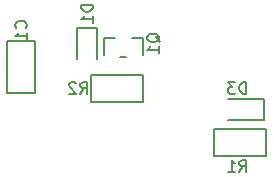
<source format=gbo>
G04 #@! TF.GenerationSoftware,KiCad,Pcbnew,(5.1.6)-1*
G04 #@! TF.CreationDate,2023-04-30T23:27:37+02:00*
G04 #@! TF.ProjectId,connecting-connector-1-wire,636f6e6e-6563-4746-996e-672d636f6e6e,rev?*
G04 #@! TF.SameCoordinates,Original*
G04 #@! TF.FileFunction,Legend,Bot*
G04 #@! TF.FilePolarity,Positive*
%FSLAX46Y46*%
G04 Gerber Fmt 4.6, Leading zero omitted, Abs format (unit mm)*
G04 Created by KiCad (PCBNEW (5.1.6)-1) date 2023-04-30 23:27:37*
%MOMM*%
%LPD*%
G01*
G04 APERTURE LIST*
%ADD10C,0.160000*%
%ADD11R,1.102000X1.102000*%
%ADD12C,6.102000*%
%ADD13C,0.902000*%
%ADD14C,0.100000*%
%ADD15R,0.902000X0.902000*%
%ADD16R,3.602000X3.602000*%
%ADD17C,3.602000*%
%ADD18C,1.602000*%
%ADD19C,3.402000*%
%ADD20R,1.002000X1.002000*%
G04 APERTURE END LIST*
D10*
X202565000Y-78742000D02*
X202565000Y-80202000D01*
X205867000Y-78742000D02*
X205867000Y-80264000D01*
X205867000Y-78742000D02*
X204937000Y-78742000D01*
X202565000Y-78742000D02*
X203495000Y-78742000D01*
X204470000Y-80391000D02*
X203962000Y-80391000D01*
X205908000Y-81878000D02*
X201508000Y-81878000D01*
X201508000Y-81878000D02*
X201508000Y-84238000D01*
X201508000Y-84238000D02*
X205908000Y-84238000D01*
X205908000Y-84238000D02*
X205908000Y-81878000D01*
X216322000Y-86450000D02*
X211922000Y-86450000D01*
X211922000Y-86450000D02*
X211922000Y-88810000D01*
X211922000Y-88810000D02*
X216322000Y-88810000D01*
X216322000Y-88810000D02*
X216322000Y-86450000D01*
X216090500Y-83986000D02*
X213072000Y-83986000D01*
X216090500Y-85686000D02*
X213072000Y-85686000D01*
X216090500Y-83986000D02*
X216090500Y-85686000D01*
X194400000Y-79080000D02*
X194400000Y-83480000D01*
X196760000Y-83480000D02*
X196760000Y-79080000D01*
X196760000Y-79080000D02*
X194400000Y-79080000D01*
X194400000Y-83480000D02*
X196760000Y-83480000D01*
X200318000Y-77978000D02*
X202018000Y-77978000D01*
X202018000Y-77978000D02*
X202018000Y-80552000D01*
X200318000Y-77978000D02*
X200318000Y-80552000D01*
X207303619Y-79152761D02*
X207256000Y-79057523D01*
X207160761Y-78962285D01*
X207017904Y-78819428D01*
X206970285Y-78724190D01*
X206970285Y-78628952D01*
X207208380Y-78676571D02*
X207160761Y-78581333D01*
X207065523Y-78486095D01*
X206875047Y-78438476D01*
X206541714Y-78438476D01*
X206351238Y-78486095D01*
X206256000Y-78581333D01*
X206208380Y-78676571D01*
X206208380Y-78867047D01*
X206256000Y-78962285D01*
X206351238Y-79057523D01*
X206541714Y-79105142D01*
X206875047Y-79105142D01*
X207065523Y-79057523D01*
X207160761Y-78962285D01*
X207208380Y-78867047D01*
X207208380Y-78676571D01*
X207208380Y-80057523D02*
X207208380Y-79486095D01*
X207208380Y-79771809D02*
X206208380Y-79771809D01*
X206351238Y-79676571D01*
X206446476Y-79581333D01*
X206494095Y-79486095D01*
X200572666Y-83510380D02*
X200906000Y-83034190D01*
X201144095Y-83510380D02*
X201144095Y-82510380D01*
X200763142Y-82510380D01*
X200667904Y-82558000D01*
X200620285Y-82605619D01*
X200572666Y-82700857D01*
X200572666Y-82843714D01*
X200620285Y-82938952D01*
X200667904Y-82986571D01*
X200763142Y-83034190D01*
X201144095Y-83034190D01*
X200191714Y-82605619D02*
X200144095Y-82558000D01*
X200048857Y-82510380D01*
X199810761Y-82510380D01*
X199715523Y-82558000D01*
X199667904Y-82605619D01*
X199620285Y-82700857D01*
X199620285Y-82796095D01*
X199667904Y-82938952D01*
X200239333Y-83510380D01*
X199620285Y-83510380D01*
X214034666Y-90114380D02*
X214368000Y-89638190D01*
X214606095Y-90114380D02*
X214606095Y-89114380D01*
X214225142Y-89114380D01*
X214129904Y-89162000D01*
X214082285Y-89209619D01*
X214034666Y-89304857D01*
X214034666Y-89447714D01*
X214082285Y-89542952D01*
X214129904Y-89590571D01*
X214225142Y-89638190D01*
X214606095Y-89638190D01*
X213082285Y-90114380D02*
X213653714Y-90114380D01*
X213368000Y-90114380D02*
X213368000Y-89114380D01*
X213463238Y-89257238D01*
X213558476Y-89352476D01*
X213653714Y-89400095D01*
X214606095Y-83510380D02*
X214606095Y-82510380D01*
X214368000Y-82510380D01*
X214225142Y-82558000D01*
X214129904Y-82653238D01*
X214082285Y-82748476D01*
X214034666Y-82938952D01*
X214034666Y-83081809D01*
X214082285Y-83272285D01*
X214129904Y-83367523D01*
X214225142Y-83462761D01*
X214368000Y-83510380D01*
X214606095Y-83510380D01*
X213701333Y-82510380D02*
X213082285Y-82510380D01*
X213415619Y-82891333D01*
X213272761Y-82891333D01*
X213177523Y-82938952D01*
X213129904Y-82986571D01*
X213082285Y-83081809D01*
X213082285Y-83319904D01*
X213129904Y-83415142D01*
X213177523Y-83462761D01*
X213272761Y-83510380D01*
X213558476Y-83510380D01*
X213653714Y-83462761D01*
X213701333Y-83415142D01*
X195937142Y-77938333D02*
X195984761Y-77890714D01*
X196032380Y-77747857D01*
X196032380Y-77652619D01*
X195984761Y-77509761D01*
X195889523Y-77414523D01*
X195794285Y-77366904D01*
X195603809Y-77319285D01*
X195460952Y-77319285D01*
X195270476Y-77366904D01*
X195175238Y-77414523D01*
X195080000Y-77509761D01*
X195032380Y-77652619D01*
X195032380Y-77747857D01*
X195080000Y-77890714D01*
X195127619Y-77938333D01*
X196032380Y-78890714D02*
X196032380Y-78319285D01*
X196032380Y-78605000D02*
X195032380Y-78605000D01*
X195175238Y-78509761D01*
X195270476Y-78414523D01*
X195318095Y-78319285D01*
X201620380Y-75969904D02*
X200620380Y-75969904D01*
X200620380Y-76208000D01*
X200668000Y-76350857D01*
X200763238Y-76446095D01*
X200858476Y-76493714D01*
X201048952Y-76541333D01*
X201191809Y-76541333D01*
X201382285Y-76493714D01*
X201477523Y-76446095D01*
X201572761Y-76350857D01*
X201620380Y-76208000D01*
X201620380Y-75969904D01*
X201620380Y-77493714D02*
X201620380Y-76922285D01*
X201620380Y-77208000D02*
X200620380Y-77208000D01*
X200763238Y-77112761D01*
X200858476Y-77017523D01*
X200906095Y-76922285D01*
%LPC*%
D11*
X204216000Y-78302000D03*
X203266000Y-80502000D03*
X205166000Y-80502000D03*
D12*
X192532000Y-98298000D03*
X220980000Y-98298000D03*
X220980000Y-72390000D03*
X192278000Y-72390000D03*
D13*
X198628000Y-89662000D03*
D14*
G36*
X204277000Y-84009000D02*
G01*
X204277000Y-82107000D01*
X205679000Y-82107000D01*
X205679000Y-84009000D01*
X204277000Y-84009000D01*
G37*
G36*
X201737000Y-84009000D02*
G01*
X201737000Y-82107000D01*
X203139000Y-82107000D01*
X203139000Y-84009000D01*
X201737000Y-84009000D01*
G37*
G36*
X214691000Y-88581000D02*
G01*
X214691000Y-86679000D01*
X216093000Y-86679000D01*
X216093000Y-88581000D01*
X214691000Y-88581000D01*
G37*
G36*
X212151000Y-88581000D02*
G01*
X212151000Y-86679000D01*
X213553000Y-86679000D01*
X213553000Y-88581000D01*
X212151000Y-88581000D01*
G37*
D15*
X215392000Y-84836000D03*
X212852000Y-84836000D03*
D14*
G36*
X194629000Y-81849000D02*
G01*
X196531000Y-81849000D01*
X196531000Y-83251000D01*
X194629000Y-83251000D01*
X194629000Y-81849000D01*
G37*
G36*
X194629000Y-79309000D02*
G01*
X196531000Y-79309000D01*
X196531000Y-80711000D01*
X194629000Y-80711000D01*
X194629000Y-79309000D01*
G37*
D16*
X191770000Y-80645000D03*
D17*
X191770000Y-90805000D03*
X191770000Y-85725000D03*
D18*
X210820000Y-87629000D03*
X208280000Y-81279000D03*
D19*
X217170000Y-91441000D03*
D18*
X210820000Y-82549000D03*
X208280000Y-88899000D03*
X210820000Y-85089000D03*
X208280000Y-86359000D03*
X208280000Y-83819000D03*
X210820000Y-90169000D03*
D19*
X217170000Y-80009000D03*
D20*
X201168000Y-80227000D03*
X201168000Y-78777000D03*
M02*

</source>
